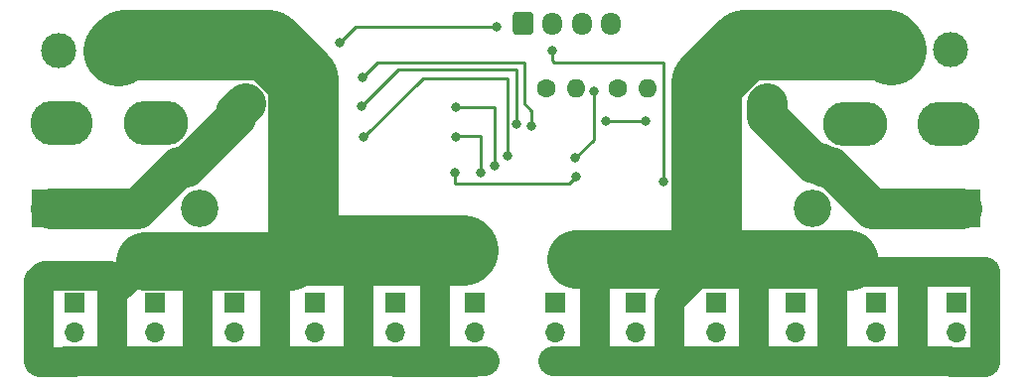
<source format=gbr>
G04 #@! TF.GenerationSoftware,KiCad,Pcbnew,(5.1.2)-2*
G04 #@! TF.CreationDate,2019-10-27T19:51:02+01:00*
G04 #@! TF.ProjectId,Servo_PCB,53657276-6f5f-4504-9342-2e6b69636164,rev?*
G04 #@! TF.SameCoordinates,Original*
G04 #@! TF.FileFunction,Copper,L2,Bot*
G04 #@! TF.FilePolarity,Positive*
%FSLAX46Y46*%
G04 Gerber Fmt 4.6, Leading zero omitted, Abs format (unit mm)*
G04 Created by KiCad (PCBNEW (5.1.2)-2) date 2019-10-27 19:51:02*
%MOMM*%
%LPD*%
G04 APERTURE LIST*
%ADD10O,1.700000X1.700000*%
%ADD11R,1.700000X1.700000*%
%ADD12C,1.600000*%
%ADD13O,3.200000X3.200000*%
%ADD14R,3.200000X3.200000*%
%ADD15O,5.300000X3.800000*%
%ADD16O,5.500000X3.800000*%
%ADD17R,3.000000X3.000000*%
%ADD18C,3.000000*%
%ADD19C,0.100000*%
%ADD20C,1.700000*%
%ADD21O,1.700000X1.950000*%
%ADD22O,1.600000X1.600000*%
%ADD23C,0.800000*%
%ADD24C,0.250000*%
%ADD25C,6.000000*%
%ADD26C,2.500000*%
%ADD27C,5.000000*%
%ADD28C,3.500000*%
G04 APERTURE END LIST*
D10*
X137850000Y-92580000D03*
X137850000Y-90040000D03*
D11*
X137850000Y-87500000D03*
D10*
X131000000Y-92580000D03*
X131000000Y-90040000D03*
D11*
X131000000Y-87500000D03*
D10*
X124150000Y-92580000D03*
X124150000Y-90040000D03*
D11*
X124150000Y-87500000D03*
D10*
X117350000Y-92580000D03*
X117350000Y-90040000D03*
D11*
X117350000Y-87500000D03*
D10*
X110500000Y-92580000D03*
X110500000Y-90040000D03*
D11*
X110500000Y-87500000D03*
D10*
X103650000Y-92580000D03*
X103650000Y-90040000D03*
D11*
X103650000Y-87500000D03*
D10*
X96800000Y-92580000D03*
X96800000Y-90040000D03*
D11*
X96800000Y-87500000D03*
D10*
X90000000Y-92580000D03*
X90000000Y-90040000D03*
D11*
X90000000Y-87500000D03*
D10*
X83200000Y-92580000D03*
X83200000Y-90040000D03*
D11*
X83200000Y-87500000D03*
D10*
X76300000Y-92580000D03*
X76300000Y-90040000D03*
D11*
X76300000Y-87500000D03*
D10*
X69500000Y-92580000D03*
X69500000Y-90040000D03*
D11*
X69500000Y-87500000D03*
D10*
X62700000Y-92580000D03*
X62700000Y-90040000D03*
D11*
X62700000Y-87500000D03*
D12*
X77200000Y-65500000D03*
X77200000Y-70500000D03*
X121700000Y-70500000D03*
X121700000Y-65500000D03*
D13*
X73300000Y-79500000D03*
D14*
X60600000Y-79500000D03*
X138300000Y-79500000D03*
D13*
X125600000Y-79500000D03*
D15*
X61600000Y-72200000D03*
D16*
X69600000Y-72200000D03*
X129200000Y-72300000D03*
D15*
X137200000Y-72300000D03*
D17*
X66400000Y-66000000D03*
D18*
X61320000Y-66000000D03*
X137380000Y-65900000D03*
D17*
X132300000Y-65900000D03*
D19*
G36*
X101524504Y-62726204D02*
G01*
X101548773Y-62729804D01*
X101572571Y-62735765D01*
X101595671Y-62744030D01*
X101617849Y-62754520D01*
X101638893Y-62767133D01*
X101658598Y-62781747D01*
X101676777Y-62798223D01*
X101693253Y-62816402D01*
X101707867Y-62836107D01*
X101720480Y-62857151D01*
X101730970Y-62879329D01*
X101739235Y-62902429D01*
X101745196Y-62926227D01*
X101748796Y-62950496D01*
X101750000Y-62975000D01*
X101750000Y-64425000D01*
X101748796Y-64449504D01*
X101745196Y-64473773D01*
X101739235Y-64497571D01*
X101730970Y-64520671D01*
X101720480Y-64542849D01*
X101707867Y-64563893D01*
X101693253Y-64583598D01*
X101676777Y-64601777D01*
X101658598Y-64618253D01*
X101638893Y-64632867D01*
X101617849Y-64645480D01*
X101595671Y-64655970D01*
X101572571Y-64664235D01*
X101548773Y-64670196D01*
X101524504Y-64673796D01*
X101500000Y-64675000D01*
X100300000Y-64675000D01*
X100275496Y-64673796D01*
X100251227Y-64670196D01*
X100227429Y-64664235D01*
X100204329Y-64655970D01*
X100182151Y-64645480D01*
X100161107Y-64632867D01*
X100141402Y-64618253D01*
X100123223Y-64601777D01*
X100106747Y-64583598D01*
X100092133Y-64563893D01*
X100079520Y-64542849D01*
X100069030Y-64520671D01*
X100060765Y-64497571D01*
X100054804Y-64473773D01*
X100051204Y-64449504D01*
X100050000Y-64425000D01*
X100050000Y-62975000D01*
X100051204Y-62950496D01*
X100054804Y-62926227D01*
X100060765Y-62902429D01*
X100069030Y-62879329D01*
X100079520Y-62857151D01*
X100092133Y-62836107D01*
X100106747Y-62816402D01*
X100123223Y-62798223D01*
X100141402Y-62781747D01*
X100161107Y-62767133D01*
X100182151Y-62754520D01*
X100204329Y-62744030D01*
X100227429Y-62735765D01*
X100251227Y-62729804D01*
X100275496Y-62726204D01*
X100300000Y-62725000D01*
X101500000Y-62725000D01*
X101524504Y-62726204D01*
X101524504Y-62726204D01*
G37*
D20*
X100900000Y-63700000D03*
D21*
X103400000Y-63700000D03*
X105900000Y-63700000D03*
X108400000Y-63700000D03*
D22*
X105415001Y-69225001D03*
D12*
X102875001Y-69225001D03*
X109015001Y-69225001D03*
D22*
X111555001Y-69225001D03*
D23*
X85300000Y-65350000D03*
X98650000Y-64000000D03*
X107950000Y-72000000D03*
X111350000Y-72000000D03*
X103400000Y-66050000D03*
X112850000Y-77200000D03*
X105350000Y-75200000D03*
X106950000Y-69500000D03*
X87200000Y-68300000D03*
X101650000Y-72450000D03*
X87150000Y-70800000D03*
X100350000Y-72300000D03*
X87350000Y-73350000D03*
X99550000Y-75000000D03*
X95150000Y-70850000D03*
X98450000Y-75800000D03*
X97300000Y-76450000D03*
X95150000Y-73400000D03*
X95100000Y-76450000D03*
X105400000Y-76750000D03*
D24*
X85300000Y-65350000D02*
X86650000Y-64000000D01*
X86650000Y-64000000D02*
X98650000Y-64000000D01*
X107950000Y-72000000D02*
X111350000Y-72000000D01*
X103400000Y-66050000D02*
X103400000Y-66850000D01*
X103400000Y-66850000D02*
X103600000Y-67050000D01*
X103600000Y-67050000D02*
X112900000Y-67050000D01*
X112900000Y-67050000D02*
X112900000Y-77150000D01*
X112900000Y-77150000D02*
X112850000Y-77200000D01*
D25*
X66900000Y-65500000D02*
X77200000Y-65500000D01*
X66400000Y-66000000D02*
X66900000Y-65500000D01*
D26*
X62750000Y-92500000D02*
X69500000Y-92500000D01*
X69500000Y-92500000D02*
X76250000Y-92500000D01*
X76250000Y-92500000D02*
X83000000Y-92500000D01*
D25*
X77200000Y-65500000D02*
X79200370Y-65500000D01*
X82150009Y-68449639D02*
X82150009Y-82850009D01*
X79200370Y-65500000D02*
X82150009Y-68449639D01*
X82150009Y-82850009D02*
X82300000Y-83000000D01*
D27*
X82150009Y-82850009D02*
X81050028Y-83949990D01*
X71446936Y-83949990D02*
X68700000Y-83949990D01*
D26*
X66600000Y-86049990D02*
X68700000Y-83949990D01*
X72975000Y-92500000D02*
X73200000Y-92275000D01*
X69500000Y-92500000D02*
X72975000Y-92500000D01*
X73200000Y-85700000D02*
X71449990Y-83949990D01*
X73200000Y-92275000D02*
X73200000Y-85700000D01*
D27*
X81050028Y-83949990D02*
X71449990Y-83949990D01*
X71449990Y-83949990D02*
X71446936Y-83949990D01*
D26*
X79725000Y-92500000D02*
X79800000Y-92425000D01*
X76250000Y-92500000D02*
X79725000Y-92500000D01*
X79800000Y-85200018D02*
X81050028Y-83949990D01*
X79800000Y-92425000D02*
X79800000Y-85200018D01*
X86475000Y-92500000D02*
X86900000Y-92075000D01*
X83000000Y-92500000D02*
X86475000Y-92500000D01*
X86900000Y-85600000D02*
X84300000Y-83000000D01*
X86900000Y-92075000D02*
X86900000Y-85600000D01*
D25*
X82300000Y-83000000D02*
X84300000Y-83000000D01*
D26*
X65750000Y-85199990D02*
X66600000Y-86049990D01*
X62750000Y-92500000D02*
X61872295Y-92500000D01*
X66025000Y-92500000D02*
X65900000Y-92375000D01*
X69500000Y-92500000D02*
X66025000Y-92500000D01*
X65900000Y-85349990D02*
X65750000Y-85199990D01*
X65900000Y-92375000D02*
X65900000Y-85349990D01*
X59680000Y-92580000D02*
X62700000Y-92580000D01*
X59650000Y-92550000D02*
X59680000Y-92580000D01*
X59650000Y-85650000D02*
X59650000Y-92550000D01*
X65750000Y-85199990D02*
X60100010Y-85199990D01*
X60100010Y-85199990D02*
X59650000Y-85650000D01*
X95979180Y-83000000D02*
X95800000Y-83000000D01*
X93530000Y-92580000D02*
X93450000Y-92500000D01*
X96800000Y-92580000D02*
X93530000Y-92580000D01*
X83000000Y-92500000D02*
X93450000Y-92500000D01*
X93450000Y-92500000D02*
X97627705Y-92500000D01*
X93370000Y-92580000D02*
X93450000Y-92500000D01*
X90000000Y-92580000D02*
X93370000Y-92580000D01*
X93370000Y-84920000D02*
X91450000Y-83000000D01*
X93370000Y-92580000D02*
X93370000Y-84920000D01*
D25*
X84300000Y-83000000D02*
X91450000Y-83000000D01*
X91450000Y-83000000D02*
X95800000Y-83000000D01*
D28*
X65700000Y-79500000D02*
X60600000Y-79500000D01*
X68045998Y-79500000D02*
X65700000Y-79500000D01*
X71595999Y-75949999D02*
X68045998Y-79500000D01*
X76400001Y-71694735D02*
X72144737Y-75949999D01*
X72144737Y-75949999D02*
X71595999Y-75949999D01*
X76400001Y-71299999D02*
X76400001Y-71694735D01*
X77200000Y-70500000D02*
X76400001Y-71299999D01*
X121700000Y-71631370D02*
X125668630Y-75600000D01*
X121700000Y-70500000D02*
X121700000Y-71631370D01*
X133200000Y-79500000D02*
X138300000Y-79500000D01*
X130650001Y-79500000D02*
X133200000Y-79500000D01*
X127100000Y-75949999D02*
X130650001Y-79500000D01*
X126555263Y-75949999D02*
X127100000Y-75949999D01*
X126205264Y-75600000D02*
X126555263Y-75949999D01*
X125668630Y-75600000D02*
X126205264Y-75600000D01*
D25*
X131900000Y-65500000D02*
X121700000Y-65500000D01*
X132300000Y-65900000D02*
X131900000Y-65500000D01*
X119699629Y-65500000D02*
X116500000Y-68699629D01*
X121700000Y-65500000D02*
X119699629Y-65500000D01*
X116500000Y-68699629D02*
X116500000Y-82800000D01*
D27*
X116500000Y-82800000D02*
X117500001Y-83800001D01*
X128749990Y-83949990D02*
X128600001Y-83800001D01*
X117500001Y-83800001D02*
X105399998Y-83800000D01*
D26*
X103500000Y-92500000D02*
X110250000Y-92500000D01*
X110250000Y-92500000D02*
X117000000Y-92500000D01*
X117000000Y-92500000D02*
X123750000Y-92500000D01*
X130500000Y-92500000D02*
X123750000Y-92500000D01*
X130500000Y-92500000D02*
X137300000Y-92500000D01*
X106975000Y-92500000D02*
X107000000Y-92475000D01*
X103500000Y-92500000D02*
X106975000Y-92500000D01*
X107000000Y-85400002D02*
X105399998Y-83800000D01*
X107000000Y-92475000D02*
X107000000Y-85400002D01*
X113725000Y-92500000D02*
X113800000Y-92425000D01*
X110250000Y-92500000D02*
X113725000Y-92500000D01*
X120475000Y-92500000D02*
X120600000Y-92375000D01*
X117000000Y-92500000D02*
X120475000Y-92500000D01*
X120600000Y-84600000D02*
X121399999Y-83800001D01*
X120600000Y-92375000D02*
X120600000Y-84600000D01*
D27*
X117500001Y-83800001D02*
X121399999Y-83800001D01*
X121399999Y-83800001D02*
X128600001Y-83800001D01*
D26*
X127225000Y-92500000D02*
X127300000Y-92425000D01*
X123750000Y-92500000D02*
X127225000Y-92500000D01*
X127300000Y-85399980D02*
X128749990Y-83949990D01*
X127300000Y-92425000D02*
X127300000Y-85399980D01*
X117500001Y-83800001D02*
X116970819Y-83800001D01*
X116500000Y-84270820D02*
X116500000Y-82800000D01*
X113400000Y-87370820D02*
X116500000Y-84270820D01*
X113400000Y-92375000D02*
X113400000Y-87370820D01*
X113525000Y-92500000D02*
X113400000Y-92375000D01*
X117000000Y-92500000D02*
X113525000Y-92500000D01*
X137400000Y-92600000D02*
X137300000Y-92500000D01*
X140300000Y-92600000D02*
X137400000Y-92600000D01*
X140300000Y-84900000D02*
X140300000Y-92600000D01*
X128749990Y-83949990D02*
X129700000Y-84900000D01*
X133975000Y-92500000D02*
X134100000Y-92375000D01*
X130500000Y-92500000D02*
X133975000Y-92500000D01*
X134100000Y-85600000D02*
X133400000Y-84900000D01*
X134100000Y-92375000D02*
X134100000Y-85600000D01*
X129700000Y-84900000D02*
X133400000Y-84900000D01*
X133400000Y-84900000D02*
X140300000Y-84900000D01*
D24*
X105350000Y-75200000D02*
X106950000Y-73600000D01*
X106950000Y-73600000D02*
X106950000Y-69500000D01*
X87200000Y-68300000D02*
X88500000Y-67000000D01*
X88500000Y-67000000D02*
X101000000Y-67000000D01*
X101000000Y-67000000D02*
X101000000Y-70500000D01*
X101000000Y-70500000D02*
X101650000Y-71150000D01*
X101650000Y-71150000D02*
X101650000Y-72450000D01*
X87150000Y-70800000D02*
X90300000Y-67650000D01*
X90300000Y-67650000D02*
X100350000Y-67650000D01*
X100350000Y-67650000D02*
X100350000Y-72300000D01*
X87350000Y-73350000D02*
X92350000Y-68350000D01*
X92350000Y-68350000D02*
X99550000Y-68350000D01*
X99550000Y-68350000D02*
X99550000Y-75000000D01*
X95150000Y-70850000D02*
X98500000Y-70850000D01*
X98500000Y-70850000D02*
X98500000Y-75750000D01*
X98500000Y-75750000D02*
X98450000Y-75800000D01*
X97300000Y-76450000D02*
X97300000Y-73300000D01*
X97300000Y-73300000D02*
X95250000Y-73300000D01*
X95250000Y-73300000D02*
X95150000Y-73400000D01*
X95100000Y-76450000D02*
X95100000Y-77350000D01*
X95100000Y-77350000D02*
X104800000Y-77350000D01*
X104800000Y-77350000D02*
X105400000Y-76750000D01*
M02*

</source>
